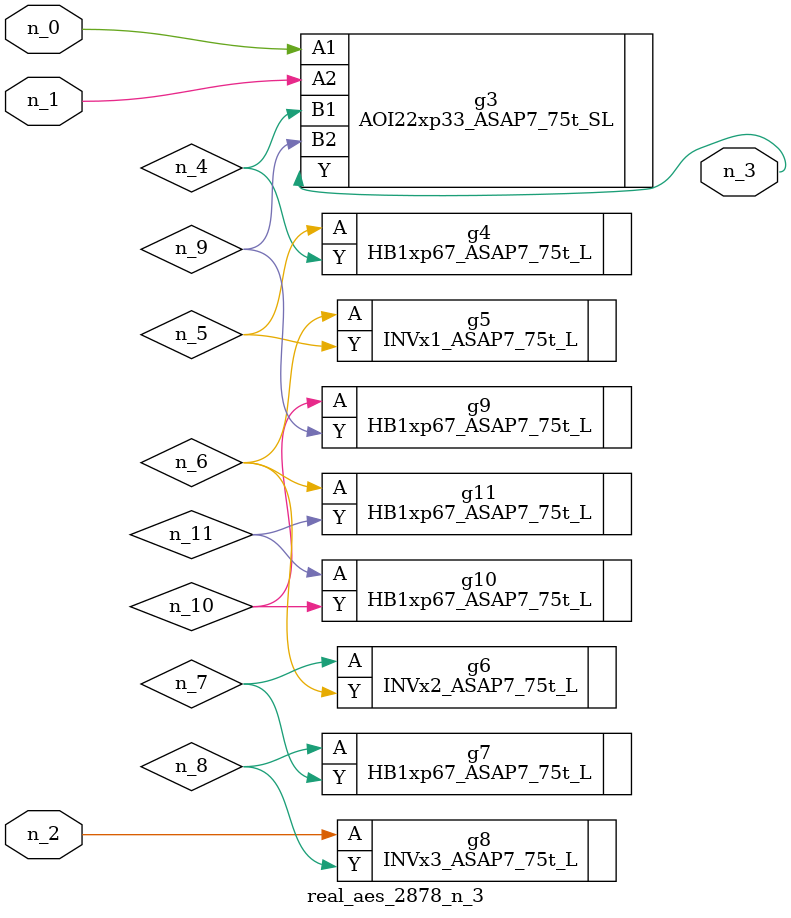
<source format=v>
module real_aes_2878_n_3 (n_0, n_2, n_1, n_3);
input n_0;
input n_2;
input n_1;
output n_3;
wire n_4;
wire n_5;
wire n_7;
wire n_9;
wire n_6;
wire n_8;
wire n_10;
wire n_11;
AOI22xp33_ASAP7_75t_SL g3 ( .A1(n_0), .A2(n_1), .B1(n_4), .B2(n_9), .Y(n_3) );
INVx3_ASAP7_75t_L g8 ( .A(n_2), .Y(n_8) );
HB1xp67_ASAP7_75t_L g4 ( .A(n_5), .Y(n_4) );
INVx1_ASAP7_75t_L g5 ( .A(n_6), .Y(n_5) );
HB1xp67_ASAP7_75t_L g11 ( .A(n_6), .Y(n_11) );
INVx2_ASAP7_75t_L g6 ( .A(n_7), .Y(n_6) );
HB1xp67_ASAP7_75t_L g7 ( .A(n_8), .Y(n_7) );
HB1xp67_ASAP7_75t_L g9 ( .A(n_10), .Y(n_9) );
HB1xp67_ASAP7_75t_L g10 ( .A(n_11), .Y(n_10) );
endmodule
</source>
